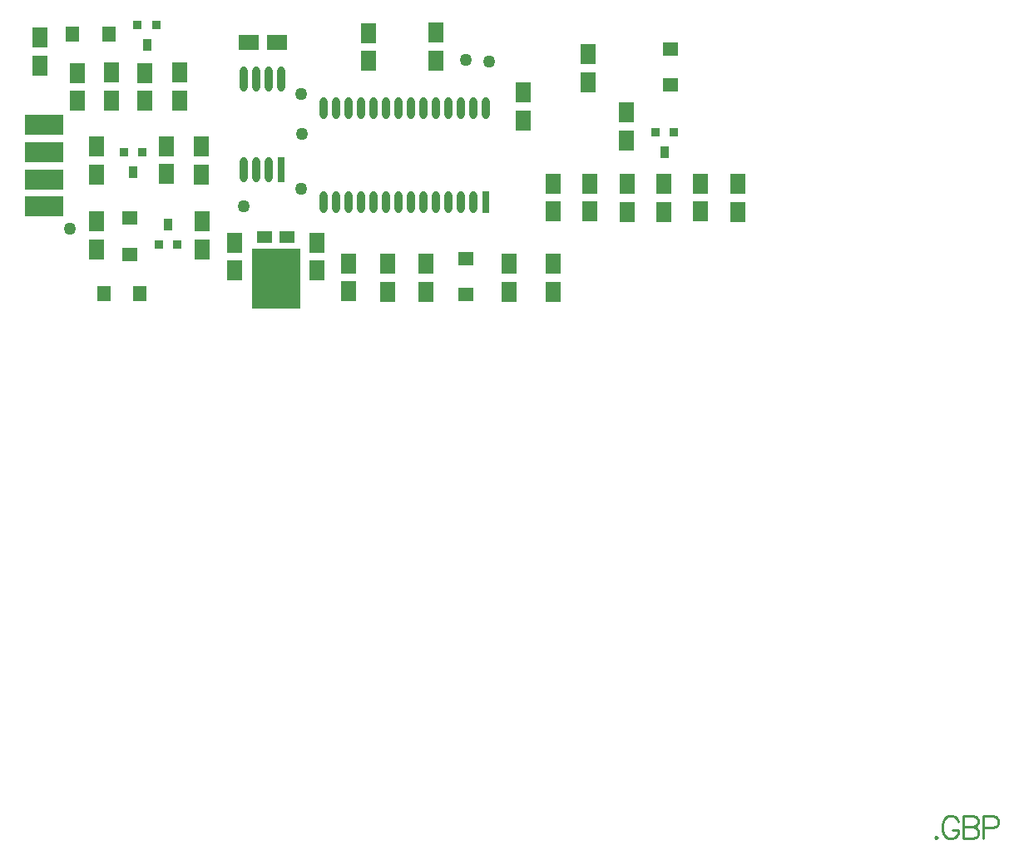
<source format=gbp>
%FSLAX23Y23*%
%MOIN*%
G70*
G01*
G75*
%ADD10C,0.010*%
%ADD11C,0.050*%
%ADD12R,0.157X0.079*%
%ADD13R,0.100X0.080*%
%ADD14C,0.012*%
%ADD15C,0.015*%
%ADD16C,0.008*%
%ADD17C,0.006*%
%ADD18C,0.009*%
%ADD19C,0.070*%
%ADD20R,0.070X0.070*%
%ADD21C,0.217*%
%ADD22C,0.217*%
%ADD23C,0.058*%
%ADD24C,0.100*%
%ADD25C,0.118*%
%ADD26R,0.118X0.118*%
%ADD27C,0.040*%
%ADD28R,0.083X0.060*%
%ADD29R,0.060X0.083*%
%ADD30R,0.157X0.079*%
%ADD31R,0.036X0.036*%
%ADD32R,0.036X0.050*%
%ADD33R,0.064X0.054*%
%ADD34R,0.060X0.083*%
%ADD35R,0.031X0.102*%
%ADD36O,0.031X0.102*%
%ADD37R,0.054X0.064*%
%ADD38O,0.031X0.087*%
%ADD39R,0.031X0.087*%
%ADD40R,0.197X0.244*%
%ADD41R,0.060X0.050*%
%ADD42C,0.016*%
%ADD43C,0.079*%
%ADD44C,0.010*%
%ADD45C,0.016*%
%ADD46C,0.039*%
%ADD47C,0.008*%
%ADD48R,0.591X0.354*%
%ADD49C,0.008*%
%ADD50C,0.003*%
%ADD51C,0.005*%
D11*
X8898Y8112D02*
D03*
X7973Y7952D02*
D03*
X9558Y8627D02*
D03*
X9653Y8622D02*
D03*
X8668Y8042D02*
D03*
X8898Y8492D02*
D03*
X8903Y8332D02*
D03*
D18*
X11443Y5515D02*
X11438Y5511D01*
X11443Y5507D01*
X11447Y5511D01*
X11443Y5515D01*
X11531Y5575D02*
X11527Y5584D01*
X11518Y5593D01*
X11510Y5597D01*
X11492D01*
X11484Y5593D01*
X11475Y5584D01*
X11471Y5575D01*
X11467Y5563D01*
Y5541D01*
X11471Y5528D01*
X11475Y5520D01*
X11484Y5511D01*
X11492Y5507D01*
X11510D01*
X11518Y5511D01*
X11527Y5520D01*
X11531Y5528D01*
Y5541D01*
X11510D02*
X11531D01*
X11552Y5597D02*
Y5507D01*
Y5597D02*
X11590D01*
X11603Y5593D01*
X11607Y5588D01*
X11612Y5580D01*
Y5571D01*
X11607Y5563D01*
X11603Y5558D01*
X11590Y5554D01*
X11552D02*
X11590D01*
X11603Y5550D01*
X11607Y5545D01*
X11612Y5537D01*
Y5524D01*
X11607Y5515D01*
X11603Y5511D01*
X11590Y5507D01*
X11552D01*
X11632Y5550D02*
X11670D01*
X11683Y5554D01*
X11687Y5558D01*
X11692Y5567D01*
Y5580D01*
X11687Y5588D01*
X11683Y5593D01*
X11670Y5597D01*
X11632D01*
Y5507D01*
D28*
X8690Y8697D02*
D03*
X8803D02*
D03*
D29*
X10648Y8130D02*
D03*
X9400Y7810D02*
D03*
Y7698D02*
D03*
X10352Y8130D02*
D03*
Y8018D02*
D03*
X10648D02*
D03*
X9733Y7810D02*
D03*
Y7698D02*
D03*
X10203Y8304D02*
D03*
Y8416D02*
D03*
X10500Y8019D02*
D03*
Y8131D02*
D03*
X10048Y8538D02*
D03*
X9168Y8623D02*
D03*
X10056Y8131D02*
D03*
X7853Y8716D02*
D03*
Y8604D02*
D03*
X9168Y8735D02*
D03*
X9244Y7698D02*
D03*
Y7810D02*
D03*
X10048Y8650D02*
D03*
X9088Y7811D02*
D03*
Y7699D02*
D03*
X8633Y7783D02*
D03*
Y7895D02*
D03*
X8963Y7783D02*
D03*
Y7895D02*
D03*
X8138Y8464D02*
D03*
Y8576D02*
D03*
X9908Y8019D02*
D03*
Y8131D02*
D03*
X9438Y8624D02*
D03*
Y8736D02*
D03*
X8003Y8575D02*
D03*
Y8463D02*
D03*
X8078Y7980D02*
D03*
Y7868D02*
D03*
Y8280D02*
D03*
Y8168D02*
D03*
X8498Y8280D02*
D03*
Y8168D02*
D03*
X8273Y8575D02*
D03*
Y8463D02*
D03*
X8358Y8169D02*
D03*
Y8281D02*
D03*
X10056Y8019D02*
D03*
X10204Y8018D02*
D03*
X8413Y8576D02*
D03*
Y8464D02*
D03*
X9788Y8496D02*
D03*
Y8384D02*
D03*
X8503Y7868D02*
D03*
Y7980D02*
D03*
X9908Y7698D02*
D03*
Y7810D02*
D03*
D30*
X7868Y8368D02*
D03*
Y8257D02*
D03*
Y8147D02*
D03*
Y8039D02*
D03*
D31*
X10318Y8337D02*
D03*
X10393D02*
D03*
X8403Y7887D02*
D03*
X8328D02*
D03*
X8188Y8257D02*
D03*
X8263D02*
D03*
X8318Y8767D02*
D03*
X8243D02*
D03*
D32*
X10356Y8257D02*
D03*
X8365Y7967D02*
D03*
X8226Y8177D02*
D03*
X8281Y8687D02*
D03*
D33*
X10378Y8526D02*
D03*
X8213Y7993D02*
D03*
Y7847D02*
D03*
X10378Y8672D02*
D03*
X9558Y7686D02*
D03*
Y7832D02*
D03*
D34*
X10204Y8130D02*
D03*
D35*
X8818Y8187D02*
D03*
D36*
Y8549D02*
D03*
X8668Y8187D02*
D03*
X8718Y8549D02*
D03*
X8668D02*
D03*
X8768D02*
D03*
X8718Y8187D02*
D03*
X8768D02*
D03*
D37*
X7982Y8732D02*
D03*
X8128D02*
D03*
X8253Y7692D02*
D03*
X8107D02*
D03*
D38*
X9188Y8057D02*
D03*
X9538D02*
D03*
X9488D02*
D03*
X9438D02*
D03*
X9388D02*
D03*
X9338D02*
D03*
X9238D02*
D03*
X9138D02*
D03*
X9088D02*
D03*
X8988D02*
D03*
X9538Y8435D02*
D03*
X9388D02*
D03*
X9338D02*
D03*
X9288D02*
D03*
X9238D02*
D03*
X9138D02*
D03*
X9088D02*
D03*
X9488D02*
D03*
X9588Y8057D02*
D03*
Y8435D02*
D03*
X9638D02*
D03*
X9038Y8057D02*
D03*
X9438Y8435D02*
D03*
X8988D02*
D03*
X9038D02*
D03*
X9188D02*
D03*
X9288Y8057D02*
D03*
D39*
X9638D02*
D03*
D40*
X8798Y7752D02*
D03*
D41*
X8843Y7917D02*
D03*
X8753D02*
D03*
M02*

</source>
